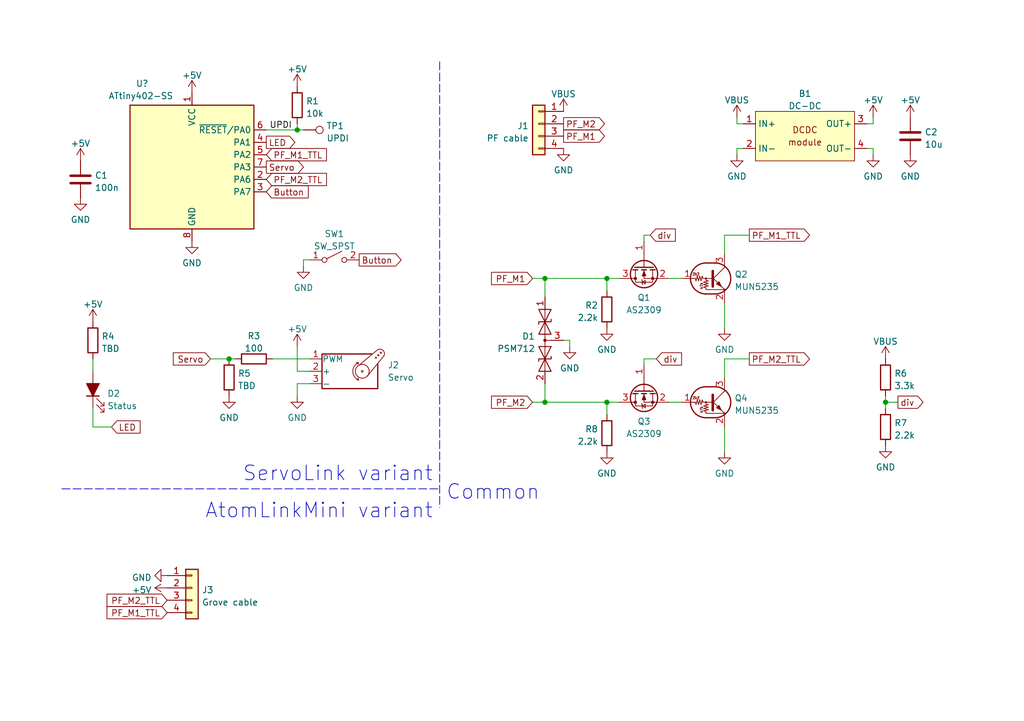
<source format=kicad_sch>
(kicad_sch (version 20211123) (generator eeschema)
  (paper "A5")
  (title_block (title "AtomLink Mini / ServoLink") (date "2023-06-28") (rev "v1.0") (company "Aleksander Spyra"))
  (lib_symbols
    (symbol "AtomLink-symbols:DC-DC"
      (property "Reference" "B" (at 0 8.89 0))
      (property "Value" "DC-DC" (at 0 6.35 0))
      (symbol "DC-DC_0_0"
        (rectangle (start -10.16 5.08) (end 10.16 -5.08) (stroke (width 0.1524)) (fill (type background)))
        (text "DCDC" (at 0 1.27 0) (effects (font (size 1.27 1.27))))
        (text "module" (at 0 -1.27 0) (effects (font (size 1.27 1.27))))
      )
      (symbol "DC-DC_1_1"
        (pin power_in line (at -12.7 2.54 0) (length 2.54) (name "IN+") (number "1"))
        (pin power_in line (at -12.7 -2.54 0) (length 2.54) (name "IN-") (number "2"))
        (pin power_out line (at 12.7 2.54 180) (length 2.54) (name "OUT+") (number "3"))
        (pin power_out line (at 12.7 -2.54 180) (length 2.54) (name "OUT-") (number "4"))
      )
    )
    (symbol "Connector:TestPoint" (pin_numbers hide) (pin_names (offset 0.762) hide)
      (property "Reference" "TP" (at 0 6.858 0))
      (property "Value" "TestPoint" (at 0 5.08 0))
      (symbol "TestPoint_0_1"
        (circle (center 0 3.302) (radius 0.762))
      )
      (symbol "TestPoint_1_1"
        (pin passive line (at 0 0 90) (length 2.54) (name "1") (number "1"))
      )
    )
    (symbol "Connector_Generic:Conn_01x04" (pin_names (offset 1.016) hide)
      (property "Reference" "J" (at 0 5.08 0))
      (property "Value" "Conn_01x04" (at 0 -7.62 0))
      (symbol "Conn_01x04_1_1"
        (rectangle (start -1.27 -4.953) (end 0 -5.207) (stroke (width 0.1524)))
        (rectangle (start -1.27 -2.413) (end 0 -2.667) (stroke (width 0.1524)))
        (rectangle (start -1.27 0.127) (end 0 -0.127) (stroke (width 0.1524)))
        (rectangle (start -1.27 2.667) (end 0 2.413) (stroke (width 0.1524)))
        (rectangle (start -1.27 3.81) (end 1.27 -6.35) (stroke (width 0.254)) (fill (type background)))
        (pin passive line (at -5.08 2.54 0) (length 3.81) (name "Pin_1") (number "1"))
        (pin passive line (at -5.08 0 0) (length 3.81) (name "Pin_2") (number "2"))
        (pin passive line (at -5.08 -2.54 0) (length 3.81) (name "Pin_3") (number "3"))
        (pin passive line (at -5.08 -5.08 0) (length 3.81) (name "Pin_4") (number "4"))
      )
    )
    (symbol "Device:C" (pin_numbers hide) (pin_names (offset 0.254))
      (property "Reference" "C" (at 0.635 2.54 0))
      (property "Value" "C" (at 0.635 -2.54 0))
      (symbol "C_0_1"
        (polyline (pts (xy -2.032 -0.762) (xy 2.032 -0.762)) (stroke (width 0.508)))
        (polyline (pts (xy -2.032 0.762) (xy 2.032 0.762)) (stroke (width 0.508)))
      )
      (symbol "C_1_1"
        (pin passive line (at 0 3.81 270) (length 2.794) (name "~") (number "1"))
        (pin passive line (at 0 -3.81 90) (length 2.794) (name "~") (number "2"))
      )
    )
    (symbol "Device:LED_Filled" (pin_numbers hide) (pin_names (offset 1.016) hide)
      (property "Reference" "D" (at 0 2.54 0))
      (property "Value" "LED_Filled" (at 0 -2.54 0))
      (symbol "LED_Filled_0_1"
        (polyline (pts (xy -1.27 -1.27) (xy -1.27 1.27)) (stroke (width 0.254)))
        (polyline (pts (xy -1.27 0) (xy 1.27 0)))
        (polyline (pts (xy 1.27 -1.27) (xy 1.27 1.27) (xy -1.27 0) (xy 1.27 -1.27)) (stroke (width 0.254)) (fill (type outline)))
        (polyline (pts (xy -3.048 -0.762) (xy -4.572 -2.286) (xy -3.81 -2.286) (xy -4.572 -2.286) (xy -4.572 -1.524)))
        (polyline (pts (xy -1.778 -0.762) (xy -3.302 -2.286) (xy -2.54 -2.286) (xy -3.302 -2.286) (xy -3.302 -1.524)))
      )
      (symbol "LED_Filled_1_1"
        (pin passive line (at -3.81 0 0) (length 2.54) (name "K") (number "1"))
        (pin passive line (at 3.81 0 180) (length 2.54) (name "A") (number "2"))
      )
    )
    (symbol "Device:Q_NMOS_GSD" (pin_names (offset 0) hide)
      (property "Reference" "Q" (at 5.08 1.27 0))
      (property "Value" "Q_NMOS_GSD" (at 5.08 -1.27 0))
      (symbol "Q_NMOS_GSD_0_1"
        (polyline (pts (xy 0.254 0) (xy -2.54 0)))
        (polyline (pts (xy 0.254 1.905) (xy 0.254 -1.905)) (stroke (width 0.254)))
        (polyline (pts (xy 0.762 -1.27) (xy 0.762 -2.286)) (stroke (width 0.254)))
        (polyline (pts (xy 0.762 0.508) (xy 0.762 -0.508)) (stroke (width 0.254)))
        (polyline (pts (xy 0.762 2.286) (xy 0.762 1.27)) (stroke (width 0.254)))
        (polyline (pts (xy 2.54 2.54) (xy 2.54 1.778)))
        (polyline (pts (xy 2.54 -2.54) (xy 2.54 0) (xy 0.762 0)))
        (polyline (pts (xy 0.762 -1.778) (xy 3.302 -1.778) (xy 3.302 1.778) (xy 0.762 1.778)))
        (polyline (pts (xy 1.016 0) (xy 2.032 0.381) (xy 2.032 -0.381) (xy 1.016 0)) (fill (type outline)))
        (polyline (pts (xy 2.794 0.508) (xy 2.921 0.381) (xy 3.683 0.381) (xy 3.81 0.254)))
        (polyline (pts (xy 3.302 0.381) (xy 2.921 -0.254) (xy 3.683 -0.254) (xy 3.302 0.381)))
        (circle (center 1.651 0) (radius 2.794) (stroke (width 0.254)))
        (circle (center 2.54 -1.778) (radius 0.254) (fill (type outline)))
        (circle (center 2.54 1.778) (radius 0.254) (fill (type outline)))
      )
      (symbol "Q_NMOS_GSD_1_1"
        (pin input line (at -5.08 0 0) (length 2.54) (name "G") (number "1"))
        (pin passive line (at 2.54 -5.08 90) (length 2.54) (name "S") (number "2"))
        (pin passive line (at 2.54 5.08 270) (length 2.54) (name "D") (number "3"))
      )
    )
    (symbol "Device:R" (pin_numbers hide) (pin_names (offset 0))
      (property "Reference" "R" (at 2.032 0 90))
      (property "Value" "R" (at 0 0 90))
      (symbol "R_0_1"
        (rectangle (start -1.016 -2.54) (end 1.016 2.54) (stroke (width 0.254)))
      )
      (symbol "R_1_1"
        (pin passive line (at 0 3.81 270) (length 1.27) (name "~") (number "1"))
        (pin passive line (at 0 -3.81 90) (length 1.27) (name "~") (number "2"))
      )
    )
    (symbol "Diode:SM712_SOT23" (pin_names (offset 1.016) hide)
      (property "Reference" "D" (at 0 4.445 0))
      (property "Value" "SM712_SOT23" (at 0 2.54 0))
      (symbol "SM712_SOT23_0_0"
        (polyline (pts (xy 0 -1.27) (xy 0 0)))
      )
      (symbol "SM712_SOT23_0_1"
        (polyline (pts (xy -6.35 0) (xy 6.35 0)))
        (polyline (pts (xy -3.302 1.27) (xy -3.81 1.27) (xy -3.81 -1.27) (xy -4.318 -1.27)) (stroke (width 0.2032)))
        (polyline (pts (xy 4.318 1.27) (xy 3.81 1.27) (xy 3.81 -1.27) (xy 3.302 -1.27)) (stroke (width 0.2032)))
        (polyline (pts (xy -6.35 -1.27) (xy -1.27 1.27) (xy -1.27 -1.27) (xy -6.35 1.27) (xy -6.35 -1.27)) (stroke (width 0.2032)))
        (polyline (pts (xy 1.27 -1.27) (xy 1.27 1.27) (xy 6.35 -1.27) (xy 6.35 1.27) (xy 1.27 -1.27)) (stroke (width 0.2032)))
        (circle (center 0 0) (radius 0.254) (fill (type outline)))
      )
      (symbol "SM712_SOT23_1_1"
        (pin passive line (at -8.89 0 0) (length 2.54) (name "A1") (number "1"))
        (pin passive line (at 8.89 0 180) (length 2.54) (name "A2") (number "2"))
        (pin input line (at 0 -3.81 90) (length 2.54) (name "common") (number "3"))
      )
    )
    (symbol "MCU_Microchip_ATtiny:ATtiny402-SS"
      (property "Reference" "U" (at -12.7 13.97 0))
      (property "Value" "ATtiny402-SS" (at 2.54 -13.97 0))
      (symbol "ATtiny402-SS_0_1"
        (rectangle (start -12.7 -12.7) (end 12.7 12.7) (stroke (width 0.254)) (fill (type background)))
      )
      (symbol "ATtiny402-SS_1_1"
        (pin power_in line (at 0 15.24 270) (length 2.54) (name "VCC") (number "1"))
        (pin bidirectional line (at 15.24 -2.54 180) (length 2.54) (name "PA6") (number "2"))
        (pin bidirectional line (at 15.24 -5.08 180) (length 2.54) (name "PA7") (number "3"))
        (pin bidirectional line (at 15.24 5.08 180) (length 2.54) (name "PA1") (number "4"))
        (pin bidirectional line (at 15.24 2.54 180) (length 2.54) (name "PA2") (number "5"))
        (pin bidirectional line (at 15.24 7.62 180) (length 2.54) (name "~{RESET}/PA0") (number "6"))
        (pin bidirectional line (at 15.24 0 180) (length 2.54) (name "PA3") (number "7"))
        (pin power_in line (at 0 -15.24 90) (length 2.54) (name "GND") (number "8"))
      )
    )
    (symbol "Motor:Motor_Servo" (pin_names (offset 0.0254))
      (property "Reference" "M" (at -5.08 4.445 0))
      (property "Value" "Motor_Servo" (at -5.08 -4.064 0))
      (symbol "Motor_Servo_0_1"
        (polyline (pts (xy 2.413 -1.778) (xy 2.032 -1.778)))
        (polyline (pts (xy 2.413 -1.778) (xy 2.286 -1.397)))
        (polyline (pts (xy 2.413 1.778) (xy 1.905 1.778)))
        (polyline (pts (xy 2.413 1.778) (xy 2.286 1.397)))
        (polyline (pts (xy 6.35 4.445) (xy 2.54 1.27)))
        (polyline (pts (xy 7.62 3.175) (xy 4.191 -1.016)))
        (polyline (pts (xy 5.08 3.556) (xy -5.08 3.556) (xy -5.08 -3.556) (xy 6.35 -3.556) (xy 6.35 1.524)) (stroke (width 0.254)))
        (arc (start 2.413 1.778) (mid 1.2406 0) (end 2.413 -1.778))
        (circle (center 3.175 0) (radius 0.1778))
        (circle (center 3.175 0) (radius 1.4224))
        (circle (center 5.969 2.794) (radius 0.127))
        (circle (center 6.477 3.302) (radius 0.127))
        (circle (center 6.985 3.81) (radius 0.127))
        (arc (start 7.62 3.175) (mid 7.4485 4.2735) (end 6.35 4.445))
      )
      (symbol "Motor_Servo_1_1"
        (pin passive line (at -7.62 2.54 0) (length 2.54) (name "PWM") (number "1"))
        (pin passive line (at -7.62 0 0) (length 2.54) (name "+") (number "2"))
        (pin passive line (at -7.62 -2.54 0) (length 2.54) (name "-") (number "3"))
      )
    )
    (symbol "Switch:SW_SPST" (pin_names (offset 0) hide)
      (property "Reference" "SW" (at 0 3.175 0))
      (property "Value" "SW_SPST" (at 0 -2.54 0))
      (symbol "SW_SPST_0_0"
        (circle (center -2.032 0) (radius 0.508))
        (polyline (pts (xy -1.524 0.254) (xy 1.524 1.778)))
        (circle (center 2.032 0) (radius 0.508))
      )
      (symbol "SW_SPST_1_1"
        (pin passive line (at -5.08 0 0) (length 2.54) (name "A") (number "1"))
        (pin passive line (at 5.08 0 180) (length 2.54) (name "B") (number "2"))
      )
    )
    (symbol "Transistor_BJT:DTC123J" (pin_names (offset 0) hide)
      (property "Reference" "Q" (at 5.08 1.905 0))
      (property "Value" "DTC123J" (at 5.08 0 0))
      (symbol "DTC123J_0_0"
        (text "2k2" (at -3.302 0.889 0) (effects (font (size 0.508 0.508))))
        (text "47k" (at -2.159 -1.524 900) (effects (font (size 0.508 0.508))))
      )
      (symbol "DTC123J_0_1"
        (circle (center -1.27 0) (radius 0.127))
        (arc (start -1.27 3.175) (mid -4.445 0) (end -1.27 -3.175) (stroke (width 0.254)))
        (polyline (pts (xy -3.429 0) (xy -3.81 0)))
        (polyline (pts (xy -1.27 -3.175) (xy 0.635 -3.175)) (stroke (width 0.254)))
        (polyline (pts (xy -1.27 3.175) (xy 0.635 3.175)) (stroke (width 0.254)))
        (polyline (pts (xy 0 -0.254) (xy 2.54 2.286)))
        (polyline (pts (xy 0.127 1.524) (xy 0.127 -1.651)) (stroke (width 0.508)) (fill (type outline)))
        (polyline (pts (xy 2.54 2.286) (xy 2.54 2.54)))
        (polyline (pts (xy 2.54 -2.286) (xy 0 0.254) (xy 0 0.254)))
        (polyline (pts (xy 0.889 -1.143) (xy 1.397 -0.635) (xy 1.905 -1.651) (xy 0.889 -1.143)) (fill (type outline)))
        (polyline (pts (xy 0 0) (xy -1.905 0) (xy -2.032 0.508) (xy -2.286 -0.508) (xy -2.54 0.508) (xy -2.794 -0.508) (xy -3.048 0.508) (xy -3.302 -0.508) (xy -3.429 0)))
        (polyline (pts (xy -1.27 0) (xy -1.27 -0.381) (xy -0.762 -0.508) (xy -1.778 -0.762) (xy -0.762 -1.016) (xy -1.778 -1.27) (xy -0.762 -1.524) (xy -1.778 -1.778) (xy -1.27 -1.905) (xy -1.27 -2.286) (xy 2.54 -2.286)))
        (arc (start 0.635 -3.175) (mid 3.81 0) (end 0.635 3.175) (stroke (width 0.254)))
        (circle (center 2.54 -2.286) (radius 0.127))
      )
      (symbol "DTC123J_1_1"
        (pin input line (at -6.35 0 0) (length 2.54) (name "B") (number "1"))
        (pin passive line (at 2.54 -5.08 90) (length 2.54) (name "E") (number "2"))
        (pin passive line (at 2.54 5.08 270) (length 2.54) (name "C") (number "3"))
      )
    )
    (symbol "power:+5V" (power) (pin_names (offset 0))
      (property "Value" "+5V" (at 0 3.556 0))
      (symbol "+5V_0_1"
        (polyline (pts (xy -0.762 1.27) (xy 0 2.54)))
        (polyline (pts (xy 0 0) (xy 0 2.54)))
        (polyline (pts (xy 0 2.54) (xy 0.762 1.27)))
      )
      (symbol "+5V_1_1"
        (pin power_in line (at 0 0 90) (length 0) hide (name "+5V") (number "1"))
      )
    )
    (symbol "power:GND" (power) (pin_names (offset 0))
      (property "Value" "GND" (at 0 -3.81 0))
      (symbol "GND_0_1"
        (polyline (pts (xy 0 0) (xy 0 -1.27) (xy 1.27 -1.27) (xy 0 -2.54) (xy -1.27 -1.27) (xy 0 -1.27)))
      )
      (symbol "GND_1_1"
        (pin power_in line (at 0 0 270) (length 0) hide (name "GND") (number "1"))
      )
    )
    (symbol "power:VBUS" (power) (pin_names (offset 0))
      (property "Value" "VBUS" (at 0 3.81 0))
      (symbol "VBUS_0_1"
        (polyline (pts (xy -0.762 1.27) (xy 0 2.54)))
        (polyline (pts (xy 0 0) (xy 0 2.54)))
        (polyline (pts (xy 0 2.54) (xy 0.762 1.27)))
      )
      (symbol "VBUS_1_1"
        (pin power_in line (at 0 0 90) (length 0) hide (name "VBUS") (number "1"))
      )
    )
  )
  (junction (at 46.99 73.66))
  (junction (at 111.76 82.55))
  (junction (at 181.61 82.55))
  (junction (at 60.96 26.67))
  (junction (at 124.46 57.15))
  (junction (at 111.76 57.15))
  (junction (at 124.46 82.55))
  (wire (pts (xy 137.16 82.55) (xy 139.7 82.55)))
  (polyline (pts (xy 12.7 100.33) (xy 90.17 100.33)))
  (wire (pts (xy 148.59 87.63) (xy 148.59 92.71)))
  (wire (pts (xy 133.35 48.26) (xy 132.08 48.26)))
  (wire (pts (xy 109.22 82.55) (xy 111.76 82.55)))
  (wire (pts (xy 181.61 81.28) (xy 181.61 82.55)))
  (wire (pts (xy 60.96 26.67) (xy 60.96 25.4)))
  (wire (pts (xy 60.96 78.74) (xy 63.5 78.74)))
  (wire (pts (xy 148.59 77.47) (xy 148.59 73.66)))
  (wire (pts (xy 148.59 52.07) (xy 148.59 48.26)))
  (wire (pts (xy 60.96 26.67) (xy 62.23 26.67)))
  (wire (pts (xy 179.07 24.13) (xy 179.07 25.4)))
  (wire (pts (xy 177.8 30.48) (xy 179.07 30.48)))
  (wire (pts (xy 151.13 24.13) (xy 151.13 25.4)))
  (wire (pts (xy 22.86 87.63) (xy 19.05 87.63)))
  (wire (pts (xy 60.96 76.2) (xy 60.96 71.12)))
  (wire (pts (xy 127 57.15) (xy 124.46 57.15)))
  (wire (pts (xy 54.61 26.67) (xy 60.96 26.67)))
  (wire (pts (xy 115.57 69.85) (xy 116.84 69.85)))
  (wire (pts (xy 124.46 82.55) (xy 124.46 85.09)))
  (wire (pts (xy 116.84 69.85) (xy 116.84 71.12)))
  (polyline (pts (xy 90.17 12.7) (xy 90.17 104.14)))
  (wire (pts (xy 62.23 53.34) (xy 62.23 54.61)))
  (wire (pts (xy 43.18 73.66) (xy 46.99 73.66)))
  (wire (pts (xy 127 82.55) (xy 124.46 82.55)))
  (wire (pts (xy 124.46 57.15) (xy 124.46 59.69)))
  (wire (pts (xy 63.5 76.2) (xy 60.96 76.2)))
  (wire (pts (xy 111.76 82.55) (xy 124.46 82.55)))
  (wire (pts (xy 111.76 78.74) (xy 111.76 82.55)))
  (wire (pts (xy 132.08 48.26) (xy 132.08 49.53)))
  (wire (pts (xy 151.13 30.48) (xy 151.13 31.75)))
  (wire (pts (xy 60.96 81.28) (xy 60.96 78.74)))
  (wire (pts (xy 55.88 73.66) (xy 63.5 73.66)))
  (wire (pts (xy 152.4 30.48) (xy 151.13 30.48)))
  (wire (pts (xy 111.76 57.15) (xy 111.76 60.96)))
  (wire (pts (xy 134.62 73.66) (xy 132.08 73.66)))
  (wire (pts (xy 181.61 82.55) (xy 181.61 83.82)))
  (wire (pts (xy 179.07 30.48) (xy 179.07 31.75)))
  (wire (pts (xy 177.8 25.4) (xy 179.07 25.4)))
  (wire (pts (xy 148.59 73.66) (xy 153.67 73.66)))
  (wire (pts (xy 132.08 73.66) (xy 132.08 74.93)))
  (wire (pts (xy 148.59 62.23) (xy 148.59 67.31)))
  (wire (pts (xy 19.05 87.63) (xy 19.05 83.82)))
  (wire (pts (xy 19.05 73.66) (xy 19.05 76.2)))
  (wire (pts (xy 137.16 57.15) (xy 139.7 57.15)))
  (wire (pts (xy 63.5 53.34) (xy 62.23 53.34)))
  (wire (pts (xy 109.22 57.15) (xy 111.76 57.15)))
  (wire (pts (xy 152.4 25.4) (xy 151.13 25.4)))
  (wire (pts (xy 48.26 73.66) (xy 46.99 73.66)))
  (wire (pts (xy 181.61 82.55) (xy 184.15 82.55)))
  (wire (pts (xy 148.59 48.26) (xy 153.67 48.26)))
  (wire (pts (xy 111.76 57.15) (xy 124.46 57.15)))
  (text "ServoLink variant" (at 88.9 99.06 180) (effects (font (size 3 3)) (justify right bottom)))
  (text "Common" (at 91.44 102.87 0) (effects (font (size 3 3)) (justify left bottom)))
  (text "AtomLinkMini variant" (at 88.9 106.68 180) (effects (font (size 3 3)) (justify right bottom)))
  (label "UPDI" (at 55.245 26.67 0))
  (global_label "PF_M2" (shape output) (at 115.57 25.4 0) (property "Intersheet References" "${INTERSHEET_REFS}" (effects hide)))
  (global_label "PF_M1_TTL" (shape input) (at 34.29 125.73 180) (property "Intersheet References" "${INTERSHEET_REFS}" (effects hide)))
  (global_label "div" (shape input) (at 134.62 73.66 0) (property "Intersheet References" "${INTERSHEET_REFS}" (effects hide)))
  (global_label "PF_M1_TTL" (shape output) (at 153.67 48.26 0) (property "Intersheet References" "${INTERSHEET_REFS}" (effects hide)))
  (global_label "LED" (shape output) (at 54.61 29.21 0) (property "Intersheet References" "${INTERSHEET_REFS}" (effects hide)))
  (global_label "PF_M1" (shape output) (at 115.57 27.94 0) (property "Intersheet References" "${INTERSHEET_REFS}" (effects hide)))
  (global_label "PF_M1_TTL" (shape input) (at 54.61 31.75 0) (property "Intersheet References" "${INTERSHEET_REFS}" (effects hide)))
  (global_label "Servo" (shape input) (at 43.18 73.66 180) (property "Intersheet References" "${INTERSHEET_REFS}" (effects hide)))
  (global_label "PF_M2_TTL" (shape input) (at 54.61 36.83 0) (property "Intersheet References" "${INTERSHEET_REFS}" (effects hide)))
  (global_label "PF_M1" (shape input) (at 109.22 57.15 180) (property "Intersheet References" "${INTERSHEET_REFS}" (effects hide)))
  (global_label "div" (shape output) (at 184.15 82.55 0) (property "Intersheet References" "${INTERSHEET_REFS}" (effects hide)))
  (global_label "LED" (shape input) (at 22.86 87.63 0) (property "Intersheet References" "${INTERSHEET_REFS}" (effects hide)))
  (global_label "Button" (shape output) (at 73.66 53.34 0) (property "Intersheet References" "${INTERSHEET_REFS}" (effects hide)))
  (global_label "div" (shape input) (at 133.35 48.26 0) (property "Intersheet References" "${INTERSHEET_REFS}" (effects hide)))
  (global_label "PF_M2_TTL" (shape input) (at 34.29 123.19 180) (property "Intersheet References" "${INTERSHEET_REFS}" (effects hide)))
  (global_label "Button" (shape input) (at 54.61 39.37 0) (property "Intersheet References" "${INTERSHEET_REFS}" (effects hide)))
  (global_label "PF_M2_TTL" (shape output) (at 153.67 73.66 0) (property "Intersheet References" "${INTERSHEET_REFS}" (effects hide)))
  (global_label "Servo" (shape output) (at 54.61 34.29 0) (property "Intersheet References" "${INTERSHEET_REFS}" (effects hide)))
  (global_label "PF_M2" (shape input) (at 109.22 82.55 180) (property "Intersheet References" "${INTERSHEET_REFS}" (effects hide)))
  (symbol (lib_id "power:GND") (at 151.13 31.75 0) (mirror y) (unit 1)
    (property "Reference" "#PWR07" (effects hide))
    (property "Value" "GND" (at 151.13 36.1934 0))
  )
  (symbol (lib_id "power:GND") (at 124.46 92.71 0) (unit 1)
    (property "Reference" "#PWR022" (effects hide))
    (property "Value" "GND" (at 124.46 97.1534 0))
  )
  (symbol (lib_id "Transistor_BJT:DTC123J") (at 146.05 82.55 0) (unit 1)
    (property "Reference" "Q4" (at 150.622 81.7153 0) (effects (justify left)))
    (property "Value" "MUN5235" (at 150.622 84.2522 0) (effects (justify left)))
    (property "Footprint" "Package_TO_SOT_SMD:SOT-323_SC-70" (effects hide))
  )
  (symbol (lib_id "power:VBUS") (at 151.13 24.13 0) (mirror y) (unit 1)
    (property "Reference" "#PWR03" (effects hide))
    (property "Value" "VBUS" (at 151.13 20.5542 0))
  )
  (symbol (lib_id "power:GND") (at 115.57 30.48 0) (mirror y) (unit 1)
    (property "Reference" "#PWR06" (effects hide))
    (property "Value" "GND" (at 115.57 34.9234 0))
  )
  (symbol (lib_id "power:GND") (at 34.29 118.11 270) (unit 1)
    (property "Reference" "#PWR024" (effects hide))
    (property "Value" "GND" (at 31.1151 118.5438 90) (effects (justify right)))
  )
  (symbol (lib_id "Connector:TestPoint") (at 62.23 26.67 270) (unit 1)
    (property "Reference" "TP1" (at 66.929 25.8353 90) (effects (justify left)))
    (property "Value" "UPDI" (at 66.929 28.3722 90) (effects (justify left)))
    (property "Footprint" "Connector_PinHeader_2.54mm:PinHeader_1x01_P2.54mm_Vertical" (effects hide))
  )
  (symbol (lib_id "Device:R") (at 19.05 69.85 0) (unit 1)
    (property "Reference" "R4" (at 20.828 69.0153 0) (effects (justify left)))
    (property "Value" "TBD" (at 20.828 71.5522 0) (effects (justify left)))
    (property "Footprint" "Resistor_SMD:R_0603_1608Metric_Pad0.98x0.95mm_HandSolder" (effects hide))
  )
  (symbol (lib_id "Device:R") (at 124.46 88.9 0) (unit 1)
    (property "Reference" "R8" (at 122.6821 88.0653 0) (effects (justify right)))
    (property "Value" "2.2k" (at 122.6821 90.6022 0) (effects (justify right)))
    (property "Footprint" "Resistor_SMD:R_0805_2012Metric_Pad1.20x1.40mm_HandSolder" (effects hide))
  )
  (symbol (lib_id "Connector_Generic:Conn_01x04") (at 39.37 120.65 0) (unit 1)
    (property "Reference" "J3" (at 41.402 121.0853 0) (effects (justify left)))
    (property "Value" "Grove cable" (at 41.402 123.6222 0) (effects (justify left)))
    (property "Footprint" "AtomLink-footprints:PinHeader_1x04_2mm" (effects hide))
  )
  (symbol (lib_id "Connector_Generic:Conn_01x04") (at 110.49 25.4 0) (mirror y) (unit 1)
    (property "Reference" "J1" (at 108.458 25.8353 0) (effects (justify left)))
    (property "Value" "PF cable" (at 108.458 28.3722 0) (effects (justify left)))
    (property "Footprint" "AtomLink-footprints:PinHeader_1x04_2mm" (effects hide))
  )
  (symbol (lib_id "power:GND") (at 16.51 40.64 0) (unit 1)
    (property "Reference" "#PWR010" (effects hide))
    (property "Value" "GND" (at 16.51 45.0834 0))
  )
  (symbol (lib_id "power:GND") (at 62.23 54.61 0) (unit 1)
    (property "Reference" "#PWR012" (effects hide))
    (property "Value" "GND" (at 62.23 59.0534 0))
  )
  (symbol (lib_id "power:+5V") (at 179.07 24.13 0) (unit 1)
    (property "Reference" "#PWR04" (effects hide))
    (property "Value" "+5V" (at 179.07 20.5542 0))
  )
  (symbol (lib_id "power:GND") (at 148.59 67.31 0) (unit 1)
    (property "Reference" "#PWR014" (effects hide))
    (property "Value" "GND" (at 148.59 71.7534 0))
  )
  (symbol (lib_id "Device:R") (at 60.96 21.59 0) (unit 1)
    (property "Reference" "R1" (at 62.738 20.7553 0) (effects (justify left)))
    (property "Value" "10k" (at 62.738 23.2922 0) (effects (justify left)))
    (property "Footprint" "Resistor_SMD:R_0603_1608Metric_Pad0.98x0.95mm_HandSolder" (effects hide))
  )
  (symbol (lib_id "Device:R") (at 46.99 77.47 0) (unit 1)
    (property "Reference" "R5" (at 48.768 76.6353 0) (effects (justify left)))
    (property "Value" "TBD" (at 48.768 79.1722 0) (effects (justify left)))
    (property "Footprint" "Resistor_SMD:R_0603_1608Metric_Pad0.98x0.95mm_HandSolder" (effects hide))
  )
  (symbol (lib_id "power:GND") (at 116.84 71.12 0) (unit 1)
    (property "Reference" "#PWR016" (effects hide))
    (property "Value" "GND" (at 116.84 75.5634 0))
  )
  (symbol (lib_id "Device:LED_Filled") (at 19.05 80.01 90) (unit 1)
    (property "Reference" "D2" (at 21.971 80.7628 90) (effects (justify right)))
    (property "Value" "Status" (at 21.971 83.2997 90) (effects (justify right)))
    (property "Footprint" "LED_SMD:LED_0603_1608Metric_Pad1.05x0.95mm_HandSolder" (effects hide))
  )
  (symbol (lib_id "Device:Q_NMOS_GSD") (at 132.08 54.61 90) (mirror x) (unit 1)
    (property "Reference" "Q1" (at 132.08 61.0854 90))
    (property "Value" "AS2309" (at 132.08 63.6223 90))
    (property "Footprint" "Package_TO_SOT_SMD:SOT-23" (effects hide))
  )
  (symbol (lib_id "power:GND") (at 181.61 91.44 0) (unit 1)
    (property "Reference" "#PWR021" (effects hide))
    (property "Value" "GND" (at 181.61 95.8834 0))
  )
  (symbol (lib_id "power:GND") (at 39.37 49.53 0) (unit 1)
    (property "Reference" "#PWR011" (effects hide))
    (property "Value" "GND" (at 39.37 53.9734 0))
  )
  (symbol (lib_id "power:+5V") (at 60.96 71.12 0) (unit 1)
    (property "Reference" "#PWR015" (effects hide))
    (property "Value" "+5V" (at 60.96 67.5442 0))
  )
  (symbol (lib_id "Device:R") (at 124.46 63.5 0) (unit 1)
    (property "Reference" "R2" (at 122.6821 62.6653 0) (effects (justify right)))
    (property "Value" "2.2k" (at 122.6821 65.2022 0) (effects (justify right)))
    (property "Footprint" "Resistor_SMD:R_0805_2012Metric_Pad1.20x1.40mm_HandSolder" (effects hide))
  )
  (symbol (lib_id "Transistor_BJT:DTC123J") (at 146.05 57.15 0) (unit 1)
    (property "Reference" "Q2" (at 150.622 56.3153 0) (effects (justify left)))
    (property "Value" "MUN5235" (at 150.622 58.8522 0) (effects (justify left)))
    (property "Footprint" "Package_TO_SOT_SMD:SOT-323_SC-70" (effects hide))
  )
  (symbol (lib_id "power:GND") (at 179.07 31.75 0) (mirror y) (unit 1)
    (property "Reference" "#PWR08" (effects hide))
    (property "Value" "GND" (at 179.07 36.1934 0))
  )
  (symbol (lib_id "power:VBUS") (at 181.61 73.66 0) (unit 1)
    (property "Reference" "#PWR018" (effects hide))
    (property "Value" "VBUS" (at 181.61 70.0842 0))
  )
  (symbol (lib_id "Motor:Motor_Servo") (at 71.12 76.2 0) (unit 1)
    (property "Reference" "J2" (at 79.4798 74.9319 0) (effects (justify left)))
    (property "Value" "Servo" (at 79.4798 77.4688 0) (effects (justify left)))
    (property "Footprint" "Connector_PinHeader_2.54mm:PinHeader_1x03_P2.54mm_Vertical" (effects hide))
  )
  (symbol (lib_id "power:VBUS") (at 115.57 22.86 0) (mirror y) (unit 1)
    (property "Reference" "#PWR02" (effects hide))
    (property "Value" "VBUS" (at 115.57 19.2842 0))
  )
  (symbol (lib_id "Device:C") (at 186.69 27.94 0) (unit 1)
    (property "Reference" "C2" (at 189.611 27.1053 0) (effects (justify left)))
    (property "Value" "10u" (at 189.611 29.6422 0) (effects (justify left)))
    (property "Footprint" "Capacitor_SMD:C_0805_2012Metric_Pad1.18x1.45mm_HandSolder" (effects hide))
  )
  (symbol (lib_id "Device:R") (at 52.07 73.66 90) (unit 1)
    (property "Reference" "R3" (at 52.07 68.9442 90))
    (property "Value" "100" (at 52.07 71.4811 90))
    (property "Footprint" "Resistor_SMD:R_0603_1608Metric_Pad0.98x0.95mm_HandSolder" (effects hide))
  )
  (symbol (lib_id "Device:C") (at 16.51 36.83 0) (unit 1)
    (property "Reference" "C1" (at 19.431 35.9953 0) (effects (justify left)))
    (property "Value" "100n" (at 19.431 38.5322 0) (effects (justify left)))
    (property "Footprint" "Capacitor_SMD:C_0603_1608Metric_Pad1.08x0.95mm_HandSolder" (effects hide))
  )
  (symbol (lib_id "power:+5V") (at 19.05 66.04 0) (unit 1)
    (property "Reference" "#PWR017" (effects hide))
    (property "Value" "+5V" (at 19.05 62.4642 0))
  )
  (symbol (lib_id "power:GND") (at 60.96 81.28 0) (unit 1)
    (property "Reference" "#PWR020" (effects hide))
    (property "Value" "GND" (at 60.96 85.7234 0))
  )
  (symbol (lib_id "power:GND") (at 124.46 67.31 0) (unit 1)
    (property "Reference" "#PWR013" (effects hide))
    (property "Value" "GND" (at 124.46 71.7534 0))
  )
  (symbol (lib_id "AtomLink-symbols:DC-DC") (at 165.1 27.94 0) (unit 1)
    (property "Reference" "B1" (at 165.1 19.211 0))
    (property "Value" "DC-DC" (at 165.1 21.7479 0))
    (property "Footprint" "AtomLink-footprints:DCDC-module" (effects hide))
  )
  (symbol (lib_id "Device:Q_NMOS_GSD") (at 132.08 80.01 90) (mirror x) (unit 1)
    (property "Reference" "Q3" (at 132.08 86.4854 90))
    (property "Value" "AS2309" (at 132.08 89.0223 90))
    (property "Footprint" "Package_TO_SOT_SMD:SOT-23" (effects hide))
  )
  (symbol (lib_id "power:+5V") (at 34.29 120.65 90) (unit 1)
    (property "Reference" "#PWR025" (effects hide))
    (property "Value" "+5V" (at 31.1151 121.0838 90) (effects (justify left)))
  )
  (symbol (lib_id "power:GND") (at 148.59 92.71 0) (unit 1)
    (property "Reference" "#PWR023" (effects hide))
    (property "Value" "GND" (at 148.59 97.1534 0))
  )
  (symbol (lib_id "power:+5V") (at 16.51 33.02 0) (unit 1)
    (property "Reference" "#PWR09" (effects hide))
    (property "Value" "+5V" (at 16.51 29.4442 0))
  )
  (symbol (lib_id "power:GND") (at 186.69 31.75 0) (mirror y) (unit 1)
    (property "Reference" "#PWR027" (effects hide))
    (property "Value" "GND" (at 186.69 36.1934 0))
  )
  (symbol (lib_id "Device:R") (at 181.61 77.47 0) (unit 1)
    (property "Reference" "R6" (at 183.388 76.6353 0) (effects (justify left)))
    (property "Value" "3.3k" (at 183.388 79.1722 0) (effects (justify left)))
    (property "Footprint" "Resistor_SMD:R_0603_1608Metric_Pad0.98x0.95mm_HandSolder" (effects hide))
  )
  (symbol (lib_id "Diode:SM712_SOT23") (at 111.76 69.85 90) (mirror x) (unit 1)
    (property "Reference" "D1" (at 109.7535 69.0153 90) (effects (justify left)))
    (property "Value" "PSM712" (at 109.7535 71.5522 90) (effects (justify left)))
    (property "Footprint" "Package_TO_SOT_SMD:SOT-23" (effects hide))
  )
  (symbol (lib_id "power:+5V") (at 186.69 24.13 0) (unit 1)
    (property "Reference" "#PWR026" (effects hide))
    (property "Value" "+5V" (at 186.69 20.5542 0))
  )
  (symbol (lib_id "power:+5V") (at 60.96 17.78 0) (unit 1)
    (property "Reference" "#PWR05" (effects hide))
    (property "Value" "+5V" (at 60.96 14.2042 0))
  )
  (symbol (lib_id "Device:R") (at 181.61 87.63 0) (unit 1)
    (property "Reference" "R7" (at 183.388 86.7953 0) (effects (justify left)))
    (property "Value" "2.2k" (at 183.388 89.3322 0) (effects (justify left)))
    (property "Footprint" "Resistor_SMD:R_0603_1608Metric_Pad0.98x0.95mm_HandSolder" (effects hide))
  )
  (symbol (lib_id "Switch:SW_SPST") (at 68.58 53.34 0) (unit 1)
    (property "Reference" "SW1" (at 68.58 47.9892 0))
    (property "Value" "SW_SPST" (at 68.58 50.5261 0))
    (property "Footprint" "Button_Switch_SMD:SW_Push_SPST_NO_Alps_SKRK" (effects hide))
  )
  (symbol (lib_id "power:+5V") (at 39.37 19.05 0) (unit 1)
    (property "Reference" "#PWR01" (effects hide))
    (property "Value" "+5V" (at 39.37 15.4742 0))
  )
  (symbol (lib_id "MCU_Microchip_ATtiny:ATtiny402-SS") (at 39.37 34.29 0) (unit 1)
    (property "Reference" "U?" (at 30.48 17.145 0) (effects (justify right)))
    (property "Value" "ATtiny402-SS" (at 35.56 19.685 0) (effects (justify right)))
    (property "Footprint" "Package_SO:SOIC-8_3.9x4.9mm_P1.27mm" (effects hide))
    (property "Datasheet" "http://ww1.microchip.com/downloads/en/DeviceDoc/ATtiny202-402-AVR-MCU-with-Core-Independent-Peripherals_and-picoPower-40001969A.pdf" (effects hide))
  )
  (symbol (lib_id "power:GND") (at 46.99 81.28 0) (unit 1)
    (property "Reference" "#PWR019" (effects hide))
    (property "Value" "GND" (at 46.99 85.7234 0))
  )
)
</source>
